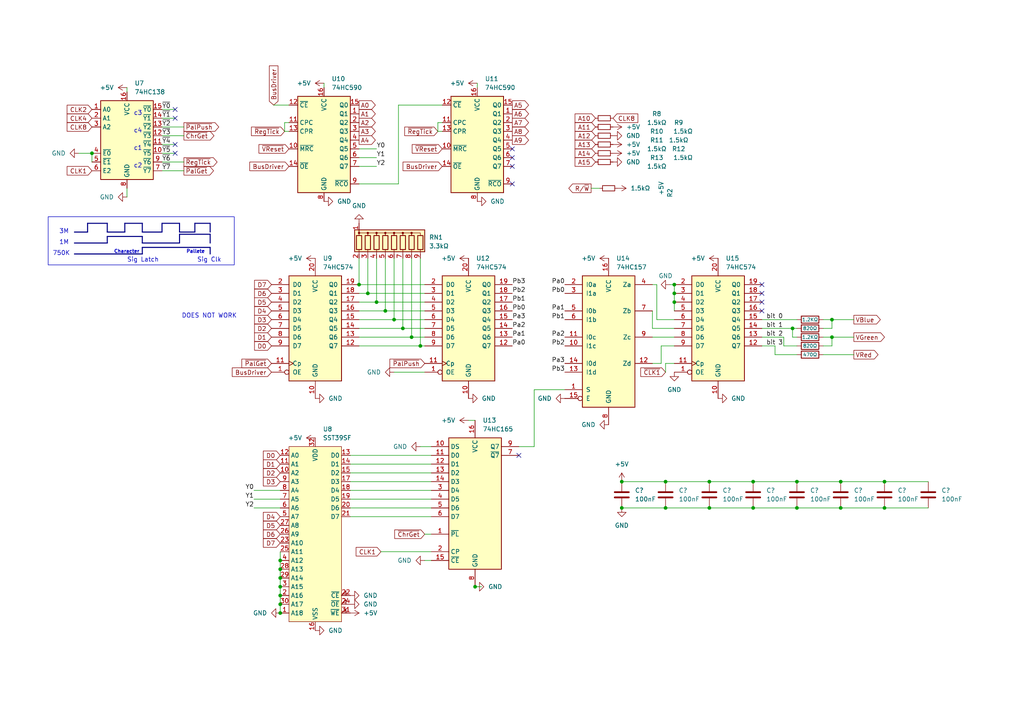
<source format=kicad_sch>
(kicad_sch (version 20231120) (generator "eeschema") (generator_version "8.0")
  (paper "A4")
  (title_block (title "Video"))
  (lib_symbols
    (symbol "74xx:74HC138"
      (property "Reference" "U" (at -7.62 13.97 0))
      (property "Value" "74HC138" (at 2.54 -11.43 0))
      (symbol "74HC138_0_1"
        (rectangle (start -7.62 12.7) (end 7.62 -10.16) (stroke (width 0.254)) (fill (type background)))
      )
      (symbol "74HC138_1_1"
        (pin input line (at -10.16 10.16 0) (length 2.54) (name "A0") (number "1"))
        (pin output line (at 10.16 -2.54 180) (length 2.54) (name "~{Y5}") (number "10"))
        (pin output line (at 10.16 0 180) (length 2.54) (name "~{Y4}") (number "11"))
        (pin output line (at 10.16 2.54 180) (length 2.54) (name "~{Y3}") (number "12"))
        (pin output line (at 10.16 5.08 180) (length 2.54) (name "~{Y2}") (number "13"))
        (pin output line (at 10.16 7.62 180) (length 2.54) (name "~{Y1}") (number "14"))
        (pin output line (at 10.16 10.16 180) (length 2.54) (name "~{Y0}") (number "15"))
        (pin power_in line (at 0 15.24 270) (length 2.54) (name "VCC") (number "16"))
        (pin input line (at -10.16 7.62 0) (length 2.54) (name "A1") (number "2"))
        (pin input line (at -10.16 5.08 0) (length 2.54) (name "A2") (number "3"))
        (pin input line (at -10.16 -2.54 0) (length 2.54) (name "~{E0}") (number "4"))
        (pin input line (at -10.16 -5.08 0) (length 2.54) (name "~{E1}") (number "5"))
        (pin input line (at -10.16 -7.62 0) (length 2.54) (name "E2") (number "6"))
        (pin output line (at 10.16 -7.62 180) (length 2.54) (name "~{Y7}") (number "7"))
        (pin power_in line (at 0 -12.7 90) (length 2.54) (name "GND") (number "8"))
        (pin output line (at 10.16 -5.08 180) (length 2.54) (name "~{Y6}") (number "9"))
      )
    )
    (symbol "74xx:74HC165"
      (property "Reference" "U" (at -7.62 19.05 0))
      (property "Value" "74HC165" (at -7.62 -21.59 0))
      (symbol "74HC165_1_0"
        (pin input line (at -12.7 -10.16 0) (length 5.08) (name "~{PL}") (number "1"))
        (pin input line (at -12.7 15.24 0) (length 5.08) (name "DS") (number "10"))
        (pin input line (at -12.7 12.7 0) (length 5.08) (name "D0") (number "11"))
        (pin input line (at -12.7 10.16 0) (length 5.08) (name "D1") (number "12"))
        (pin input line (at -12.7 7.62 0) (length 5.08) (name "D2") (number "13"))
        (pin input line (at -12.7 5.08 0) (length 5.08) (name "D3") (number "14"))
        (pin input line (at -12.7 -17.78 0) (length 5.08) (name "~{CE}") (number "15"))
        (pin power_in line (at 0 22.86 270) (length 5.08) (name "VCC") (number "16"))
        (pin input line (at -12.7 -15.24 0) (length 5.08) (name "CP") (number "2"))
        (pin input line (at -12.7 2.54 0) (length 5.08) (name "D4") (number "3"))
        (pin input line (at -12.7 0 0) (length 5.08) (name "D5") (number "4"))
        (pin input line (at -12.7 -2.54 0) (length 5.08) (name "D6") (number "5"))
        (pin input line (at -12.7 -5.08 0) (length 5.08) (name "D7") (number "6"))
        (pin output line (at 12.7 12.7 180) (length 5.08) (name "~{Q7}") (number "7"))
        (pin power_in line (at 0 -25.4 90) (length 5.08) (name "GND") (number "8"))
        (pin output line (at 12.7 15.24 180) (length 5.08) (name "Q7") (number "9"))
      )
      (symbol "74HC165_1_1"
        (rectangle (start -7.62 17.78) (end 7.62 -20.32) (stroke (width 0.254)) (fill (type background)))
      )
    )
    (symbol "74xx:74HC590A"
      (property "Reference" "U" (at -7.62 16.51 0))
      (property "Value" "74HC590A" (at -7.62 -13.97 0))
      (symbol "74HC590A_1_0"
        (pin tri_state line (at 10.16 10.16 180) (length 2.54) (name "Q1") (number "1"))
        (pin input line (at -10.16 0 0) (length 2.54) (name "~{MRC}") (number "10"))
        (pin input line (at -10.16 7.62 0) (length 2.54) (name "CPC") (number "11"))
        (pin input line (at -10.16 12.7 0) (length 2.54) (name "~{CE}") (number "12"))
        (pin input line (at -10.16 5.08 0) (length 2.54) (name "CPR") (number "13"))
        (pin input line (at -10.16 -5.08 0) (length 2.54) (name "~{OE}") (number "14"))
        (pin tri_state line (at 10.16 12.7 180) (length 2.54) (name "Q0") (number "15"))
        (pin power_in line (at 0 17.78 270) (length 2.54) (name "VCC") (number "16"))
        (pin tri_state line (at 10.16 7.62 180) (length 2.54) (name "Q2") (number "2"))
        (pin tri_state line (at 10.16 5.08 180) (length 2.54) (name "Q3") (number "3"))
        (pin tri_state line (at 10.16 2.54 180) (length 2.54) (name "Q4") (number "4"))
        (pin tri_state line (at 10.16 0 180) (length 2.54) (name "Q5") (number "5"))
        (pin tri_state line (at 10.16 -2.54 180) (length 2.54) (name "Q6") (number "6"))
        (pin tri_state line (at 10.16 -5.08 180) (length 2.54) (name "Q7") (number "7"))
        (pin power_in line (at 0 -15.24 90) (length 2.54) (name "GND") (number "8"))
        (pin output line (at 10.16 -10.16 180) (length 2.54) (name "~{RCO}") (number "9"))
      )
      (symbol "74HC590A_1_1"
        (rectangle (start -7.62 15.24) (end 7.62 -12.7) (stroke (width 0.254)) (fill (type background)))
      )
    )
    (symbol "74xx:74HCT574" (pin_names (offset 1.016))
      (property "Reference" "U" (at -7.62 16.51 0))
      (property "Value" "74HCT574" (at -7.62 -16.51 0))
      (symbol "74HCT574_1_0"
        (pin input inverted (at -12.7 -12.7 0) (length 5.08) (name "OE") (number "1"))
        (pin power_in line (at 0 -20.32 90) (length 5.08) (name "GND") (number "10"))
        (pin input clock (at -12.7 -10.16 0) (length 5.08) (name "Cp") (number "11"))
        (pin tri_state line (at 12.7 -5.08 180) (length 5.08) (name "Q7") (number "12"))
        (pin tri_state line (at 12.7 -2.54 180) (length 5.08) (name "Q6") (number "13"))
        (pin tri_state line (at 12.7 0 180) (length 5.08) (name "Q5") (number "14"))
        (pin tri_state line (at 12.7 2.54 180) (length 5.08) (name "Q4") (number "15"))
        (pin tri_state line (at 12.7 5.08 180) (length 5.08) (name "Q3") (number "16"))
        (pin tri_state line (at 12.7 7.62 180) (length 5.08) (name "Q2") (number "17"))
        (pin tri_state line (at 12.7 10.16 180) (length 5.08) (name "Q1") (number "18"))
        (pin tri_state line (at 12.7 12.7 180) (length 5.08) (name "Q0") (number "19"))
        (pin input line (at -12.7 12.7 0) (length 5.08) (name "D0") (number "2"))
        (pin power_in line (at 0 20.32 270) (length 5.08) (name "VCC") (number "20"))
        (pin input line (at -12.7 10.16 0) (length 5.08) (name "D1") (number "3"))
        (pin input line (at -12.7 7.62 0) (length 5.08) (name "D2") (number "4"))
        (pin input line (at -12.7 5.08 0) (length 5.08) (name "D3") (number "5"))
        (pin input line (at -12.7 2.54 0) (length 5.08) (name "D4") (number "6"))
        (pin input line (at -12.7 0 0) (length 5.08) (name "D5") (number "7"))
        (pin input line (at -12.7 -2.54 0) (length 5.08) (name "D6") (number "8"))
        (pin input line (at -12.7 -5.08 0) (length 5.08) (name "D7") (number "9"))
      )
      (symbol "74HCT574_1_1"
        (rectangle (start -7.62 15.24) (end 7.62 -15.24) (stroke (width 0.254)) (fill (type background)))
      )
    )
    (symbol "74xx:74LS157" (pin_names (offset 1.016))
      (property "Reference" "U" (at -7.62 19.05 0))
      (property "Value" "74LS157" (at -7.62 -21.59 0))
      (symbol "74LS157_1_0"
        (pin input line (at -12.7 -15.24 0) (length 5.08) (name "S") (number "1"))
        (pin input line (at -12.7 -2.54 0) (length 5.08) (name "I1c") (number "10"))
        (pin input line (at -12.7 0 0) (length 5.08) (name "I0c") (number "11"))
        (pin output line (at 12.7 -7.62 180) (length 5.08) (name "Zd") (number "12"))
        (pin input line (at -12.7 -10.16 0) (length 5.08) (name "I1d") (number "13"))
        (pin input line (at -12.7 -7.62 0) (length 5.08) (name "I0d") (number "14"))
        (pin input inverted (at -12.7 -17.78 0) (length 5.08) (name "E") (number "15"))
        (pin power_in line (at 0 22.86 270) (length 5.08) (name "VCC") (number "16"))
        (pin input line (at -12.7 15.24 0) (length 5.08) (name "I0a") (number "2"))
        (pin input line (at -12.7 12.7 0) (length 5.08) (name "I1a") (number "3"))
        (pin output line (at 12.7 15.24 180) (length 5.08) (name "Za") (number "4"))
        (pin input line (at -12.7 7.62 0) (length 5.08) (name "I0b") (number "5"))
        (pin input line (at -12.7 5.08 0) (length 5.08) (name "I1b") (number "6"))
        (pin output line (at 12.7 7.62 180) (length 5.08) (name "Zb") (number "7"))
        (pin power_in line (at 0 -25.4 90) (length 5.08) (name "GND") (number "8"))
        (pin output line (at 12.7 0 180) (length 5.08) (name "Zc") (number "9"))
      )
      (symbol "74LS157_1_1"
        (rectangle (start -7.62 17.78) (end 7.62 -20.32) (stroke (width 0.254)) (fill (type background)))
      )
    )
    (symbol "Device:C" (pin_numbers hide) (pin_names (offset 0.254))
      (property "Reference" "C" (at 0.635 2.54 0))
      (property "Value" "C" (at 0.635 -2.54 0))
      (symbol "C_0_1"
        (polyline (pts (xy -2.032 -0.762) (xy 2.032 -0.762)) (stroke (width 0.508)))
        (polyline (pts (xy -2.032 0.762) (xy 2.032 0.762)) (stroke (width 0.508)))
      )
      (symbol "C_1_1"
        (pin passive line (at 0 3.81 270) (length 2.794) (name "~") (number "1"))
        (pin passive line (at 0 -3.81 90) (length 2.794) (name "~") (number "2"))
      )
    )
    (symbol "Device:R" (pin_numbers hide) (pin_names (offset 0))
      (property "Reference" "R" (at 2.032 0 90))
      (property "Value" "R" (at 0 0 90))
      (symbol "R_0_1"
        (rectangle (start -1.016 -2.54) (end 1.016 2.54) (stroke (width 0.254)))
      )
      (symbol "R_1_1"
        (pin passive line (at 0 3.81 270) (length 1.27) (name "~") (number "1"))
        (pin passive line (at 0 -3.81 90) (length 1.27) (name "~") (number "2"))
      )
    )
    (symbol "Device:R_Network08" (pin_names (offset 0) hide)
      (property "Reference" "RN" (at -12.7 0 90))
      (property "Value" "R_Network08" (at 10.16 0 90))
      (symbol "R_Network08_0_1"
        (rectangle (start -11.43 -3.175) (end 8.89 3.175) (stroke (width 0.254)) (fill (type background)))
        (rectangle (start -10.922 1.524) (end -9.398 -2.54) (stroke (width 0.254)))
        (circle (center -10.16 2.286) (radius 0.254) (fill (type outline)))
        (rectangle (start -8.382 1.524) (end -6.858 -2.54) (stroke (width 0.254)))
        (circle (center -7.62 2.286) (radius 0.254) (fill (type outline)))
        (rectangle (start -5.842 1.524) (end -4.318 -2.54) (stroke (width 0.254)))
        (circle (center -5.08 2.286) (radius 0.254) (fill (type outline)))
        (rectangle (start -3.302 1.524) (end -1.778 -2.54) (stroke (width 0.254)))
        (circle (center -2.54 2.286) (radius 0.254) (fill (type outline)))
        (rectangle (start -0.762 1.524) (end 0.762 -2.54) (stroke (width 0.254)))
        (polyline (pts (xy -10.16 -2.54) (xy -10.16 -3.81)))
        (polyline (pts (xy -7.62 -2.54) (xy -7.62 -3.81)))
        (polyline (pts (xy -5.08 -2.54) (xy -5.08 -3.81)))
        (polyline (pts (xy -2.54 -2.54) (xy -2.54 -3.81)))
        (polyline (pts (xy 0 -2.54) (xy 0 -3.81)))
        (polyline (pts (xy 2.54 -2.54) (xy 2.54 -3.81)))
        (polyline (pts (xy 5.08 -2.54) (xy 5.08 -3.81)))
        (polyline (pts (xy 7.62 -2.54) (xy 7.62 -3.81)))
        (polyline (pts (xy -10.16 1.524) (xy -10.16 2.286) (xy -7.62 2.286) (xy -7.62 1.524)))
        (polyline (pts (xy -7.62 1.524) (xy -7.62 2.286) (xy -5.08 2.286) (xy -5.08 1.524)))
        (polyline (pts (xy -5.08 1.524) (xy -5.08 2.286) (xy -2.54 2.286) (xy -2.54 1.524)))
        (polyline (pts (xy -2.54 1.524) (xy -2.54 2.286) (xy 0 2.286) (xy 0 1.524)))
        (polyline (pts (xy 0 1.524) (xy 0 2.286) (xy 2.54 2.286) (xy 2.54 1.524)))
        (polyline (pts (xy 2.54 1.524) (xy 2.54 2.286) (xy 5.08 2.286) (xy 5.08 1.524)))
        (polyline (pts (xy 5.08 1.524) (xy 5.08 2.286) (xy 7.62 2.286) (xy 7.62 1.524)))
        (circle (center 0 2.286) (radius 0.254) (fill (type outline)))
        (rectangle (start 1.778 1.524) (end 3.302 -2.54) (stroke (width 0.254)))
        (circle (center 2.54 2.286) (radius 0.254) (fill (type outline)))
        (rectangle (start 4.318 1.524) (end 5.842 -2.54) (stroke (width 0.254)))
        (circle (center 5.08 2.286) (radius 0.254) (fill (type outline)))
        (rectangle (start 6.858 1.524) (end 8.382 -2.54) (stroke (width 0.254)))
      )
      (symbol "R_Network08_1_1"
        (pin passive line (at -10.16 5.08 270) (length 2.54) (name "common") (number "1"))
        (pin passive line (at -10.16 -5.08 90) (length 1.27) (name "R1") (number "2"))
        (pin passive line (at -7.62 -5.08 90) (length 1.27) (name "R2") (number "3"))
        (pin passive line (at -5.08 -5.08 90) (length 1.27) (name "R3") (number "4"))
        (pin passive line (at -2.54 -5.08 90) (length 1.27) (name "R4") (number "5"))
        (pin passive line (at 0 -5.08 90) (length 1.27) (name "R5") (number "6"))
        (pin passive line (at 2.54 -5.08 90) (length 1.27) (name "R6") (number "7"))
        (pin passive line (at 5.08 -5.08 90) (length 1.27) (name "R7") (number "8"))
        (pin passive line (at 7.62 -5.08 90) (length 1.27) (name "R8") (number "9"))
      )
    )
    (symbol "Device:R_Small" (pin_numbers hide) (pin_names (offset 0.254) hide)
      (property "Reference" "R" (at 0.762 0.508 0))
      (property "Value" "R_Small" (at 0.762 -1.016 0))
      (symbol "R_Small_0_1"
        (rectangle (start -0.762 1.778) (end 0.762 -1.778) (stroke (width 0.2032)))
      )
      (symbol "R_Small_1_1"
        (pin passive line (at 0 2.54 270) (length 0.762) (name "~") (number "1"))
        (pin passive line (at 0 -2.54 90) (length 0.762) (name "~") (number "2"))
      )
    )
    (symbol "Memory_Lib:SST39SF040"
      (property "Reference" "U" (at 11.43 54.61 0))
      (property "Value" "SST39SF040" (at 19.05 52.07 0))
      (symbol "SST39SF040_1_1"
        (rectangle (start 0 50.8) (end 15.24 0) (fill (type background)))
        (pin input line (at -2.54 2.54 0) (length 2.54) (name "A18") (number "1"))
        (pin input line (at -2.54 43.18 0) (length 2.54) (name "A2") (number "10"))
        (pin input line (at -2.54 45.72 0) (length 2.54) (name "A1") (number "11"))
        (pin input line (at -2.54 48.26 0) (length 2.54) (name "A0") (number "12"))
        (pin bidirectional line (at 17.78 48.26 180) (length 2.54) (name "D0") (number "13"))
        (pin bidirectional line (at 17.78 45.72 180) (length 2.54) (name "D1") (number "14"))
        (pin bidirectional line (at 17.78 43.18 180) (length 2.54) (name "D2") (number "15"))
        (pin power_in line (at 7.62 -2.54 90) (length 2.54) (name "VSS") (number "16"))
        (pin bidirectional line (at 17.78 40.64 180) (length 2.54) (name "D3") (number "17"))
        (pin bidirectional line (at 17.78 38.1 180) (length 2.54) (name "D4") (number "18"))
        (pin bidirectional line (at 17.78 35.56 180) (length 2.54) (name "D5") (number "19"))
        (pin input line (at -2.54 7.62 0) (length 2.54) (name "A16") (number "2"))
        (pin bidirectional line (at 17.78 33.02 180) (length 2.54) (name "D6") (number "20"))
        (pin bidirectional line (at 17.78 30.48 180) (length 2.54) (name "D7") (number "21"))
        (pin input input_low (at 17.78 7.62 180) (length 2.54) (name "~{CE}") (number "22"))
        (pin input line (at -2.54 22.86 0) (length 2.54) (name "A10") (number "23"))
        (pin input input_low (at 17.78 5.08 180) (length 2.54) (name "~{OE}") (number "24"))
        (pin input line (at -2.54 20.32 0) (length 2.54) (name "A11") (number "25"))
        (pin input line (at -2.54 25.4 0) (length 2.54) (name "A9") (number "26"))
        (pin input line (at -2.54 27.94 0) (length 2.54) (name "A8") (number "27"))
        (pin input line (at -2.54 15.24 0) (length 2.54) (name "A13") (number "28"))
        (pin input line (at -2.54 12.7 0) (length 2.54) (name "A14") (number "29"))
        (pin input line (at -2.54 10.16 0) (length 2.54) (name "A15") (number "3"))
        (pin input line (at -2.54 5.08 0) (length 2.54) (name "A17") (number "30"))
        (pin input input_low (at 17.78 2.54 180) (length 2.54) (name "~{WE}") (number "31"))
        (pin power_in line (at 7.62 53.34 270) (length 2.54) (name "VDD") (number "32"))
        (pin input line (at -2.54 17.78 0) (length 2.54) (name "A12") (number "4"))
        (pin input line (at -2.54 30.48 0) (length 2.54) (name "A7") (number "5"))
        (pin input line (at -2.54 33.02 0) (length 2.54) (name "A6") (number "6"))
        (pin input line (at -2.54 35.56 0) (length 2.54) (name "A5") (number "7"))
        (pin input line (at -2.54 38.1 0) (length 2.54) (name "A4") (number "8"))
        (pin input line (at -2.54 40.64 0) (length 2.54) (name "A3") (number "9"))
      )
    )
    (symbol "power:+5V" (power) (pin_names (offset 0))
      (property "Value" "+5V" (at 0 3.556 0))
      (symbol "+5V_0_1"
        (polyline (pts (xy -0.762 1.27) (xy 0 2.54)))
        (polyline (pts (xy 0 0) (xy 0 2.54)))
        (polyline (pts (xy 0 2.54) (xy 0.762 1.27)))
      )
      (symbol "+5V_1_1"
        (pin power_in line (at 0 0 90) (length 0) hide (name "+5V") (number "1"))
      )
    )
    (symbol "power:GND" (power) (pin_names (offset 0))
      (property "Value" "GND" (at 0 -3.81 0))
      (symbol "GND_0_1"
        (polyline (pts (xy 0 0) (xy 0 -1.27) (xy 1.27 -1.27) (xy 0 -2.54) (xy -1.27 -1.27) (xy 0 -1.27)))
      )
      (symbol "GND_1_1"
        (pin power_in line (at 0 0 270) (length 0) hide (name "GND") (number "1"))
      )
    )
  )
  (junction (at 81.28 177.8))
  (junction (at 195.58 82.55))
  (junction (at 243.84 147.32))
  (junction (at 104.14 82.55))
  (junction (at 81.28 170.18))
  (junction (at 81.28 165.1))
  (junction (at 241.3 92.71))
  (junction (at 256.54 147.32))
  (junction (at 205.74 147.32))
  (junction (at 231.14 139.7))
  (junction (at 205.74 139.7))
  (junction (at 81.28 175.26))
  (junction (at 218.44 139.7))
  (junction (at 81.28 162.56))
  (junction (at 114.3 92.71))
  (junction (at 256.54 139.7))
  (junction (at 81.28 167.64))
  (junction (at 137.795 170.18))
  (junction (at 121.92 100.33))
  (junction (at 111.76 90.17))
  (junction (at 241.3 97.79))
  (junction (at 81.28 172.72))
  (junction (at 180.34 139.7))
  (junction (at 218.44 147.32))
  (junction (at 116.84 95.25))
  (junction (at 180.34 147.32))
  (junction (at 231.14 147.32))
  (junction (at 195.58 87.63))
  (junction (at 193.04 147.32))
  (junction (at 195.58 85.09))
  (junction (at 109.22 87.63))
  (junction (at 119.38 97.79))
  (junction (at 26.67 44.45))
  (junction (at 243.84 139.7))
  (junction (at 106.68 85.09))
  (junction (at 193.04 139.7))
  (junction (at 229.87 95.25))
  (no_connect (at 220.98 90.17))
  (no_connect (at 220.98 85.09))
  (no_connect (at 50.8 41.91))
  (no_connect (at 220.98 87.63))
  (no_connect (at 220.98 82.55))
  (no_connect (at 148.59 53.34))
  (no_connect (at 148.59 43.18))
  (no_connect (at 148.59 45.72))
  (no_connect (at 50.8 31.75))
  (no_connect (at 150.495 132.08))
  (no_connect (at 50.8 34.29))
  (no_connect (at 50.8 44.45))
  (no_connect (at 148.59 48.26))
  (wire (pts (xy 190.5 82.55) (xy 190.5 92.71)))
  (wire (pts (xy 195.58 82.55) (xy 195.58 85.09)))
  (wire (pts (xy 193.04 107.95) (xy 193.04 105.41)))
  (wire (pts (xy 138.43 24.13) (xy 138.43 25.4)))
  (wire (pts (xy 218.44 147.32) (xy 231.14 147.32)))
  (wire (pts (xy 104.14 53.34) (xy 115.57 53.34)))
  (wire (pts (xy 231.14 97.79) (xy 229.87 97.79)))
  (bus (pts (xy 36.195 64.77) (xy 41.275 64.77)))
  (wire (pts (xy 243.84 147.32) (xy 256.54 147.32)))
  (wire (pts (xy 106.68 85.09) (xy 104.14 85.09)))
  (bus (pts (xy 60.96 71.755) (xy 60.96 73.66)))
  (wire (pts (xy 111.76 74.93) (xy 111.76 90.17)))
  (wire (pts (xy 238.76 95.25) (xy 241.3 95.25)))
  (wire (pts (xy 189.23 105.41) (xy 191.77 105.41)))
  (wire (pts (xy 111.76 90.17) (xy 104.14 90.17)))
  (wire (pts (xy 180.34 147.32) (xy 193.04 147.32)))
  (wire (pts (xy 125.095 154.94) (xy 123.19 154.94)))
  (wire (pts (xy 81.28 172.72) (xy 81.28 175.26)))
  (wire (pts (xy 53.34 36.83) (xy 46.99 36.83)))
  (wire (pts (xy 189.23 82.55) (xy 190.5 82.55)))
  (wire (pts (xy 121.92 100.33) (xy 104.14 100.33)))
  (wire (pts (xy 218.44 139.7) (xy 231.14 139.7)))
  (wire (pts (xy 123.19 107.95) (xy 114.3 107.95)))
  (wire (pts (xy 238.76 92.71) (xy 241.3 92.71)))
  (wire (pts (xy 193.04 139.7) (xy 205.74 139.7)))
  (wire (pts (xy 101.6 149.86) (xy 125.095 149.86)))
  (wire (pts (xy 241.3 97.79) (xy 247.65 97.79)))
  (wire (pts (xy 195.58 87.63) (xy 195.58 90.17)))
  (bus (pts (xy 41.275 64.77) (xy 41.275 67.31)))
  (wire (pts (xy 123.19 90.17) (xy 111.76 90.17)))
  (wire (pts (xy 173.99 54.61) (xy 171.45 54.61)))
  (wire (pts (xy 101.6 144.78) (xy 125.095 144.78)))
  (bus (pts (xy 41.275 67.31) (xy 46.99 67.31)))
  (bus (pts (xy 31.115 70.485) (xy 31.115 68.58)))
  (wire (pts (xy 81.28 162.56) (xy 81.28 165.1)))
  (bus (pts (xy 46.99 67.31) (xy 46.99 64.77)))
  (bus (pts (xy 56.515 67.31) (xy 56.515 64.77)))
  (wire (pts (xy 227.33 100.33) (xy 231.14 100.33)))
  (bus (pts (xy 25.4 64.77) (xy 31.115 64.77)))
  (bus (pts (xy 46.99 64.77) (xy 52.07 64.77)))
  (wire (pts (xy 81.28 167.64) (xy 81.28 170.18)))
  (wire (pts (xy 154.94 129.54) (xy 154.94 113.03)))
  (wire (pts (xy 81.28 165.1) (xy 81.28 167.64)))
  (wire (pts (xy 101.6 132.08) (xy 125.095 132.08)))
  (wire (pts (xy 191.77 100.33) (xy 195.58 100.33)))
  (wire (pts (xy 22.86 44.45) (xy 26.67 44.45)))
  (wire (pts (xy 139.7 170.18) (xy 137.795 170.18)))
  (bus (pts (xy 41.275 71.755) (xy 60.96 71.755)))
  (wire (pts (xy 123.19 82.55) (xy 104.14 82.55)))
  (wire (pts (xy 125.095 162.56) (xy 123.19 162.56)))
  (wire (pts (xy 116.84 74.93) (xy 116.84 95.25)))
  (wire (pts (xy 220.98 92.71) (xy 231.14 92.71)))
  (wire (pts (xy 189.23 95.25) (xy 195.58 95.25)))
  (wire (pts (xy 79.375 30.48) (xy 83.82 30.48)))
  (wire (pts (xy 127 38.1) (xy 128.27 38.1)))
  (wire (pts (xy 154.94 113.03) (xy 163.83 113.03)))
  (bus (pts (xy 31.115 64.77) (xy 31.115 67.31)))
  (bus (pts (xy 52.07 67.31) (xy 56.515 67.31)))
  (wire (pts (xy 101.6 139.7) (xy 125.095 139.7)))
  (wire (pts (xy 73.66 147.32) (xy 81.28 147.32)))
  (wire (pts (xy 227.33 97.79) (xy 227.33 100.33)))
  (wire (pts (xy 109.22 43.18) (xy 104.14 43.18)))
  (wire (pts (xy 123.19 100.33) (xy 121.92 100.33)))
  (wire (pts (xy 81.28 175.26) (xy 81.28 177.8)))
  (wire (pts (xy 114.3 92.71) (xy 104.14 92.71)))
  (wire (pts (xy 180.34 139.7) (xy 193.04 139.7)))
  (wire (pts (xy 231.14 147.32) (xy 243.84 147.32)))
  (wire (pts (xy 189.23 95.25) (xy 189.23 90.17)))
  (wire (pts (xy 125.095 129.54) (xy 121.92 129.54)))
  (bus (pts (xy 21.59 73.66) (xy 41.275 73.66)))
  (wire (pts (xy 104.14 74.93) (xy 104.14 82.55)))
  (wire (pts (xy 220.98 97.79) (xy 227.33 97.79)))
  (wire (pts (xy 123.19 97.79) (xy 119.38 97.79)))
  (wire (pts (xy 106.68 74.93) (xy 106.68 85.09)))
  (wire (pts (xy 137.795 121.92) (xy 135.89 121.92)))
  (wire (pts (xy 241.3 92.71) (xy 241.3 95.25)))
  (wire (pts (xy 191.77 105.41) (xy 191.77 100.33)))
  (wire (pts (xy 73.66 142.24) (xy 81.28 142.24)))
  (wire (pts (xy 229.87 95.25) (xy 231.14 95.25)))
  (bus (pts (xy 41.275 73.66) (xy 41.275 71.755)))
  (wire (pts (xy 241.3 92.71) (xy 247.65 92.71)))
  (wire (pts (xy 127 35.56) (xy 128.27 35.56)))
  (wire (pts (xy 123.19 92.71) (xy 114.3 92.71)))
  (wire (pts (xy 116.84 95.25) (xy 104.14 95.25)))
  (wire (pts (xy 36.83 25.4) (xy 36.83 26.67)))
  (wire (pts (xy 194.31 82.55) (xy 195.58 82.55)))
  (bus (pts (xy 25.4 67.31) (xy 25.4 64.77)))
  (wire (pts (xy 50.8 44.45) (xy 46.99 44.45)))
  (wire (pts (xy 224.79 100.33) (xy 224.79 102.87)))
  (wire (pts (xy 224.79 102.87) (xy 231.14 102.87)))
  (wire (pts (xy 256.54 139.7) (xy 269.24 139.7)))
  (wire (pts (xy 150.495 129.54) (xy 154.94 129.54)))
  (bus (pts (xy 21.59 70.485) (xy 31.115 70.485)))
  (wire (pts (xy 127 35.56) (xy 127 38.1)))
  (wire (pts (xy 123.19 85.09) (xy 106.68 85.09)))
  (bus (pts (xy 31.115 67.31) (xy 36.195 67.31)))
  (wire (pts (xy 121.92 74.93) (xy 121.92 100.33)))
  (wire (pts (xy 190.5 92.71) (xy 195.58 92.71)))
  (wire (pts (xy 36.83 57.15) (xy 36.83 54.61)))
  (wire (pts (xy 238.76 97.79) (xy 241.3 97.79)))
  (wire (pts (xy 53.34 39.37) (xy 46.99 39.37)))
  (wire (pts (xy 229.87 95.25) (xy 229.87 97.79)))
  (wire (pts (xy 125.095 160.02) (xy 110.49 160.02)))
  (wire (pts (xy 82.55 35.56) (xy 82.55 38.1)))
  (wire (pts (xy 82.55 38.1) (xy 83.82 38.1)))
  (wire (pts (xy 46.99 46.99) (xy 53.34 46.99)))
  (wire (pts (xy 50.8 34.29) (xy 46.99 34.29)))
  (bus (pts (xy 41.275 68.58) (xy 41.275 70.485)))
  (wire (pts (xy 119.38 97.79) (xy 104.14 97.79)))
  (wire (pts (xy 115.57 30.48) (xy 128.27 30.48)))
  (wire (pts (xy 53.34 49.53) (xy 46.99 49.53)))
  (bus (pts (xy 60.96 64.77) (xy 60.96 67.31)))
  (wire (pts (xy 101.6 142.24) (xy 125.095 142.24)))
  (bus (pts (xy 52.07 64.77) (xy 52.07 67.31)))
  (wire (pts (xy 114.3 74.93) (xy 114.3 92.71)))
  (bus (pts (xy 52.07 70.485) (xy 52.07 67.945)))
  (bus (pts (xy 21.59 67.31) (xy 25.4 67.31)))
  (wire (pts (xy 109.22 74.93) (xy 109.22 87.63)))
  (wire (pts (xy 26.67 44.45) (xy 26.67 46.99)))
  (wire (pts (xy 81.28 160.02) (xy 81.28 162.56)))
  (bus (pts (xy 56.515 64.77) (xy 60.96 64.77)))
  (wire (pts (xy 195.58 85.09) (xy 195.58 87.63)))
  (bus (pts (xy 60.96 67.945) (xy 60.96 70.485)))
  (wire (pts (xy 101.6 134.62) (xy 125.095 134.62)))
  (wire (pts (xy 238.76 102.87) (xy 247.65 102.87)))
  (wire (pts (xy 238.76 100.33) (xy 241.3 100.33)))
  (wire (pts (xy 101.6 147.32) (xy 125.095 147.32)))
  (wire (pts (xy 50.8 41.91) (xy 46.99 41.91)))
  (wire (pts (xy 119.38 74.93) (xy 119.38 97.79)))
  (wire (pts (xy 82.55 35.56) (xy 83.82 35.56)))
  (wire (pts (xy 101.6 137.16) (xy 125.095 137.16)))
  (wire (pts (xy 220.98 95.25) (xy 229.87 95.25)))
  (wire (pts (xy 81.28 170.18) (xy 81.28 172.72)))
  (bus (pts (xy 41.275 70.485) (xy 52.07 70.485)))
  (wire (pts (xy 205.74 139.7) (xy 218.44 139.7)))
  (wire (pts (xy 109.22 45.72) (xy 104.14 45.72)))
  (wire (pts (xy 231.14 139.7) (xy 243.84 139.7)))
  (wire (pts (xy 50.8 31.75) (xy 46.99 31.75)))
  (bus (pts (xy 31.115 68.58) (xy 41.275 68.58)))
  (wire (pts (xy 205.74 147.32) (xy 218.44 147.32)))
  (wire (pts (xy 193.04 147.32) (xy 205.74 147.32)))
  (wire (pts (xy 189.23 97.79) (xy 195.58 97.79)))
  (wire (pts (xy 109.22 87.63) (xy 104.14 87.63)))
  (wire (pts (xy 123.19 95.25) (xy 116.84 95.25)))
  (wire (pts (xy 256.54 147.32) (xy 269.24 147.32)))
  (wire (pts (xy 73.66 144.78) (xy 81.28 144.78)))
  (wire (pts (xy 115.57 53.34) (xy 115.57 30.48)))
  (wire (pts (xy 193.04 105.41) (xy 195.58 105.41)))
  (wire (pts (xy 93.98 24.13) (xy 93.98 25.4)))
  (wire (pts (xy 241.3 100.33) (xy 241.3 97.79)))
  (bus (pts (xy 36.195 67.31) (xy 36.195 64.77)))
  (wire (pts (xy 220.98 100.33) (xy 224.79 100.33)))
  (wire (pts (xy 243.84 139.7) (xy 256.54 139.7)))
  (wire (pts (xy 109.22 48.26) (xy 104.14 48.26)))
  (bus (pts (xy 52.07 67.945) (xy 60.96 67.945)))
  (wire (pts (xy 123.19 87.63) (xy 109.22 87.63)))
  (rectangle (start 13.97 62.865) (end 67.945 76.835))
  (text "c1" (at 41.275 43.815 0) (effects (font (size 1.27 1.27)) (justify right bottom)))
  (text "3M" (at 17.145 67.945 0) (effects (font (size 1.27 1.27)) (justify left bottom)))
  (text "c3" (at 41.275 33.655 0) (effects (font (size 1.27 1.27)) (justify right bottom)))
  (text "Pallete" (at 53.975 73.66 0) (effects (font (size 1 1) (thickness 0.2) (bold yes)) (justify left bottom)))
  (text "750K" (at 15.24 74.295 0) (effects (font (size 1.27 1.27)) (justify left bottom)))
  (text "Sig Clk" (at 57.15 76.2 0) (effects (font (size 1.27 1.27)) (justify left bottom)))
  (text "1M" (at 17.145 71.12 0) (effects (font (size 1.27 1.27)) (justify left bottom)))
  (text "Character" (at 33.02 73.66 0) (effects (font (size 1 1) (thickness 0.2) (bold yes)) (justify left bottom)))
  (text "DOES NOT WORK\n" (at 60.706 91.694 0) (effects (font (size 1.27 1.27))))
  (text "Sig Latch" (at 36.83 76.2 0) (effects (font (size 1.27 1.27)) (justify left bottom)))
  (text "c2" (at 41.275 48.895 0) (effects (font (size 1.27 1.27)) (justify right bottom)))
  (text "c4" (at 41.275 38.735 0) (effects (font (size 1.27 1.27)) (justify right bottom)))
  (label "Pa1" (at 148.59 97.79 0))
  (label "Y0" (at 73.66 142.24 180))
  (label "Pa2" (at 148.59 95.25 0))
  (label "~{Y1}" (at 46.99 34.29 0))
  (label "bit 0" (at 222.25 92.71 0))
  (label "Pb0" (at 148.59 90.17 0))
  (label "~{Y3}" (at 46.99 39.37 0))
  (label "Pb2" (at 148.59 85.09 0))
  (label "Pa3" (at 163.83 105.41 180))
  (label "Pb3" (at 163.83 107.95 180))
  (label "bit 2" (at 222.25 97.79 0))
  (label "Y1" (at 109.22 45.72 0))
  (label "bit 1" (at 222.25 95.25 0))
  (label "~{Y5}" (at 46.99 44.45 0))
  (label "~{Y6}" (at 46.99 46.99 0))
  (label "~{Y2}" (at 46.99 36.83 0))
  (label "Pa2" (at 163.83 97.79 180))
  (label "~{Y7}" (at 46.99 49.53 0))
  (label "Y0" (at 109.22 43.18 0))
  (label "~{Y0}" (at 46.99 31.75 0))
  (label "Pa0" (at 148.59 100.33 0))
  (label "Pb0" (at 163.83 85.09 180))
  (label "Pb1" (at 148.59 87.63 0))
  (label "Y1" (at 73.66 144.78 180))
  (label "Y2" (at 73.66 147.32 180))
  (label "Pb1" (at 163.83 92.71 180))
  (label "Pa0" (at 163.83 82.55 180))
  (label "Pa3" (at 148.59 92.71 0))
  (label "Pb3" (at 148.59 82.55 0))
  (label "Pb2" (at 163.83 100.33 180))
  (label "~{Y4}" (at 46.99 41.91 0))
  (label "Pa1" (at 163.83 90.17 180))
  (label "Y2" (at 109.22 48.26 0))
  (label "bit 3" (at 222.25 100.33 0))
  (global_label "CLK2" (shape input) (at 26.67 31.75 180) (property "Intersheetrefs" "${INTERSHEET_REFS}" (effects (hide yes))))
  (global_label "A10" (shape input) (at 172.72 34.29 180) (property "Intersheetrefs" "${INTERSHEET_REFS}" (effects (hide yes))))
  (global_label "BusDriver" (shape input) (at 79.375 30.48 90) (property "Intersheetrefs" "${INTERSHEET_REFS}" (effects (hide yes))))
  (global_label "~{PalGet}" (shape output) (at 53.34 49.53 0) (property "Intersheetrefs" "${INTERSHEET_REFS}" (effects (hide yes))))
  (global_label "D4" (shape input) (at 78.74 90.17 180) (property "Intersheetrefs" "${INTERSHEET_REFS}" (effects (hide yes))))
  (global_label "CLK8" (shape input) (at 26.67 36.83 180) (property "Intersheetrefs" "${INTERSHEET_REFS}" (effects (hide yes))))
  (global_label "A4" (shape output) (at 104.14 40.64 0) (property "Intersheetrefs" "${INTERSHEET_REFS}" (effects (hide yes))))
  (global_label "A14" (shape input) (at 172.72 44.45 180) (property "Intersheetrefs" "${INTERSHEET_REFS}" (effects (hide yes))))
  (global_label "A0" (shape output) (at 104.14 30.48 0) (property "Intersheetrefs" "${INTERSHEET_REFS}" (effects (hide yes))))
  (global_label "VGreen" (shape output) (at 247.65 97.79 0) (property "Intersheetrefs" "${INTERSHEET_REFS}" (effects (hide yes))))
  (global_label "~{RegTick}" (shape input) (at 82.55 38.1 180) (property "Intersheetrefs" "${INTERSHEET_REFS}" (effects (hide yes))))
  (global_label "~{PalPush}" (shape input) (at 123.19 105.41 180) (property "Intersheetrefs" "${INTERSHEET_REFS}" (effects (hide yes))))
  (global_label "~{PalPush}" (shape output) (at 53.34 36.83 0) (property "Intersheetrefs" "${INTERSHEET_REFS}" (effects (hide yes))))
  (global_label "CLK1" (shape input) (at 110.49 160.02 180) (property "Intersheetrefs" "${INTERSHEET_REFS}" (effects (hide yes))))
  (global_label "VRed" (shape output) (at 247.65 102.87 0) (property "Intersheetrefs" "${INTERSHEET_REFS}" (effects (hide yes))))
  (global_label "BusDriver" (shape input) (at 128.27 48.26 180) (property "Intersheetrefs" "${INTERSHEET_REFS}" (effects (hide yes))))
  (global_label "D3" (shape input) (at 78.74 92.71 180) (property "Intersheetrefs" "${INTERSHEET_REFS}" (effects (hide yes))))
  (global_label "D2" (shape input) (at 81.28 137.16 180) (property "Intersheetrefs" "${INTERSHEET_REFS}" (effects (hide yes))))
  (global_label "A11" (shape input) (at 172.72 36.83 180) (property "Intersheetrefs" "${INTERSHEET_REFS}" (effects (hide yes))))
  (global_label "CLK1" (shape input) (at 26.67 49.53 180) (property "Intersheetrefs" "${INTERSHEET_REFS}" (effects (hide yes))))
  (global_label "R{slash}~{W}" (shape output) (at 171.45 54.61 180) (property "Intersheetrefs" "${INTERSHEET_REFS}" (effects (hide yes))))
  (global_label "~{VReset}" (shape input) (at 83.82 43.18 180) (property "Intersheetrefs" "${INTERSHEET_REFS}" (effects (hide yes))))
  (global_label "~{RegTick}" (shape input) (at 127 38.1 180) (property "Intersheetrefs" "${INTERSHEET_REFS}" (effects (hide yes))))
  (global_label "D4" (shape input) (at 81.28 149.86 180) (property "Intersheetrefs" "${INTERSHEET_REFS}" (effects (hide yes))))
  (global_label "~{ChrGet}" (shape input) (at 123.19 154.94 180) (property "Intersheetrefs" "${INTERSHEET_REFS}" (effects (hide yes))))
  (global_label "A9" (shape output) (at 148.59 40.64 0) (property "Intersheetrefs" "${INTERSHEET_REFS}" (effects (hide yes))))
  (global_label "~{ChrGet}" (shape output) (at 53.34 39.37 0) (property "Intersheetrefs" "${INTERSHEET_REFS}" (effects (hide yes))))
  (global_label "BusDriver" (shape input) (at 78.74 107.95 180) (property "Intersheetrefs" "${INTERSHEET_REFS}" (effects (hide yes))))
  (global_label "D0" (shape input) (at 78.74 100.33 180) (property "Intersheetrefs" "${INTERSHEET_REFS}" (effects (hide yes))))
  (global_label "D5" (shape input) (at 81.28 152.4 180) (property "Intersheetrefs" "${INTERSHEET_REFS}" (effects (hide yes))))
  (global_label "CLK8" (shape input) (at 177.8 34.29 0) (property "Intersheetrefs" "${INTERSHEET_REFS}" (effects (hide yes))))
  (global_label "~{RegTick}" (shape output) (at 53.34 46.99 0) (property "Intersheetrefs" "${INTERSHEET_REFS}" (effects (hide yes))))
  (global_label "A1" (shape output) (at 104.14 33.02 0) (property "Intersheetrefs" "${INTERSHEET_REFS}" (effects (hide yes))))
  (global_label "D5" (shape input) (at 78.74 87.63 180) (property "Intersheetrefs" "${INTERSHEET_REFS}" (effects (hide yes))))
  (global_label "D1" (shape input) (at 81.28 134.62 180) (property "Intersheetrefs" "${INTERSHEET_REFS}" (effects (hide yes))))
  (global_label "A2" (shape output) (at 104.14 35.56 0) (property "Intersheetrefs" "${INTERSHEET_REFS}" (effects (hide yes))))
  (global_label "D3" (shape input) (at 81.28 139.7 180) (property "Intersheetrefs" "${INTERSHEET_REFS}" (effects (hide yes))))
  (global_label "A5" (shape output) (at 148.59 30.48 0) (property "Intersheetrefs" "${INTERSHEET_REFS}" (effects (hide yes))))
  (global_label "D2" (shape input) (at 78.74 95.25 180) (property "Intersheetrefs" "${INTERSHEET_REFS}" (effects (hide yes))))
  (global_label "D6" (shape input) (at 78.74 85.09 180) (property "Intersheetrefs" "${INTERSHEET_REFS}" (effects (hide yes))))
  (global_label "~{VReset}" (shape input) (at 128.27 43.18 180) (property "Intersheetrefs" "${INTERSHEET_REFS}" (effects (hide yes))))
  (global_label "VBlue" (shape output) (at 247.65 92.71 0) (property "Intersheetrefs" "${INTERSHEET_REFS}" (effects (hide yes))))
  (global_label "A6" (shape output) (at 148.59 33.02 0) (property "Intersheetrefs" "${INTERSHEET_REFS}" (effects (hide yes))))
  (global_label "D7" (shape input) (at 78.74 82.55 180) (property "Intersheetrefs" "${INTERSHEET_REFS}" (effects (hide yes))))
  (global_label "BusDriver" (shape input) (at 83.82 48.26 180) (property "Intersheetrefs" "${INTERSHEET_REFS}" (effects (hide yes))))
  (global_label "A12" (shape input) (at 172.72 39.37 180) (property "Intersheetrefs" "${INTERSHEET_REFS}" (effects (hide yes))))
  (global_label "A8" (shape output) (at 148.59 38.1 0) (property "Intersheetrefs" "${INTERSHEET_REFS}" (effects (hide yes))))
  (global_label "~{PalGet}" (shape input) (at 78.74 105.41 180) (property "Intersheetrefs" "${INTERSHEET_REFS}" (effects (hide yes))))
  (global_label "D7" (shape input) (at 81.28 157.48 180) (property "Intersheetrefs" "${INTERSHEET_REFS}" (effects (hide yes))))
  (global_label "A13" (shape input) (at 172.72 41.91 180) (property "Intersheetrefs" "${INTERSHEET_REFS}" (effects (hide yes))))
  (global_label "~{CLK1}" (shape input) (at 193.04 107.95 180) (property "Intersheetrefs" "${INTERSHEET_REFS}" (effects (hide yes))))
  (global_label "CLK4" (shape input) (at 26.67 34.29 180) (property "Intersheetrefs" "${INTERSHEET_REFS}" (effects (hide yes))))
  (global_label "A15" (shape input) (at 172.72 46.99 180) (property "Intersheetrefs" "${INTERSHEET_REFS}" (effects (hide yes))))
  (global_label "A7" (shape output) (at 148.59 35.56 0) (property "Intersheetrefs" "${INTERSHEET_REFS}" (effects (hide yes))))
  (global_label "D0" (shape input) (at 81.28 132.08 180) (property "Intersheetrefs" "${INTERSHEET_REFS}" (effects (hide yes))))
  (global_label "D1" (shape input) (at 78.74 97.79 180) (property "Intersheetrefs" "${INTERSHEET_REFS}" (effects (hide yes))))
  (global_label "A3" (shape output) (at 104.14 38.1 0) (property "Intersheetrefs" "${INTERSHEET_REFS}" (effects (hide yes))))
  (global_label "D6" (shape input) (at 81.28 154.94 180) (property "Intersheetrefs" "${INTERSHEET_REFS}" (effects (hide yes))))
  (symbol (lib_id "power:GND") (at 208.28 115.57 90) (unit 1)
    (property "Reference" "#PWR015" (effects (hide yes)))
    (property "Value" "GND" (at 212.09 115.57 90) (effects (justify right)))
  )
  (symbol (lib_id "74xx:74HC165") (at 137.795 144.78 0) (unit 1)
    (property "Reference" "U13" (at 139.9891 121.92 0) (effects (justify left)))
    (property "Value" "74HC165" (at 139.9891 124.46 0) (effects (justify left)))
    (property "Footprint" "Smal:DIP-16_W7.62mm_Socket_LongPads_TWEAK" (effects (hide yes)))
    (property "Datasheet" "https://assets.nexperia.com/documents/data-sheet/74HC_HCT165.pdf" (effects (hide yes)))
  )
  (symbol (lib_id "power:GND") (at 22.86 44.45 270) (unit 1)
    (property "Reference" "#PWR015" (effects (hide yes)))
    (property "Value" "GND" (at 19.05 44.45 90) (effects (justify right)))
  )
  (symbol (lib_id "74xx:74HCT574") (at 135.89 95.25 0) (unit 1)
    (property "Reference" "U12" (at 138.0841 74.93 0) (effects (justify left)))
    (property "Value" "74HC574" (at 138.0841 77.47 0) (effects (justify left)))
    (property "Footprint" "Smal:DIP-20_W7.62mm_Socket_LongPads_TWEAK" (effects (hide yes)))
    (property "Datasheet" "http://www.ti.com/lit/gpn/sn74HCT574" (effects (hide yes)))
  )
  (symbol (lib_id "power:GND") (at 135.89 115.57 90) (unit 1)
    (property "Reference" "#PWR015" (effects (hide yes)))
    (property "Value" "GND" (at 139.7 115.57 90) (effects (justify right)))
  )
  (symbol (lib_id "Device:R_Small") (at 175.26 36.83 90) (unit 1)
    (property "Reference" "R9" (at 196.85 35.56 90))
    (property "Value" "1.5kΩ" (at 198.12 38.1 90))
    (property "Footprint" "SMAL:R_Horizontal" (effects (hide yes)))
  )
  (symbol (lib_id "74xx:74HCT574") (at 208.28 95.25 0) (unit 1)
    (property "Reference" "U15" (at 210.4741 74.93 0) (effects (justify left)))
    (property "Value" "74HC574" (at 210.4741 77.47 0) (effects (justify left)))
    (property "Footprint" "Smal:DIP-20_W7.62mm_Socket_LongPads_TWEAK" (effects (hide yes)))
    (property "Datasheet" "http://www.ti.com/lit/gpn/sn74HCT574" (effects (hide yes)))
  )
  (symbol (lib_id "power:GND") (at 36.83 57.15 270) (unit 1)
    (property "Reference" "#PWR015" (effects (hide yes)))
    (property "Value" "GND" (at 33.02 57.15 90) (effects (justify right)))
  )
  (symbol (lib_id "power:+5V") (at 101.6 177.8 270) (unit 1)
    (property "Reference" "#PWR017" (effects (hide yes)))
    (property "Value" "+5V" (at 105.41 177.8 90) (effects (justify left)))
  )
  (symbol (lib_id "power:GND") (at 195.58 107.95 0) (unit 1)
    (property "Reference" "#PWR015" (effects (hide yes)))
    (property "Value" "GND" (at 195.58 113.03 0))
  )
  (symbol (lib_id "Device:C") (at 193.04 143.51 0) (unit 1)
    (property "Reference" "C?" (at 196.85 142.24 0) (effects (justify left)))
    (property "Value" "100nF" (at 196.85 144.78 0) (effects (justify left)))
    (property "Footprint" "Capacitor_THT:C_Disc_D3.0mm_W1.6mm_P2.50mm" (effects (hide yes)))
  )
  (symbol (lib_id "power:+5V") (at 135.89 74.93 90) (unit 1)
    (property "Reference" "#PWR017" (effects (hide yes)))
    (property "Value" "+5V" (at 132.08 74.93 90) (effects (justify left)))
  )
  (symbol (lib_id "74xx:74HCT574") (at 91.44 95.25 0) (unit 1)
    (property "Reference" "U9" (at 93.6341 74.93 0) (effects (justify left)))
    (property "Value" "74HC574" (at 93.6341 77.47 0) (effects (justify left)))
    (property "Footprint" "Smal:DIP-20_W7.62mm_Socket_LongPads_TWEAK" (effects (hide yes)))
    (property "Datasheet" "http://www.ti.com/lit/gpn/sn74HCT574" (effects (hide yes)))
  )
  (symbol (lib_id "Device:C") (at 180.34 143.51 0) (unit 1)
    (property "Reference" "C?" (at 184.15 142.24 0) (effects (justify left)))
    (property "Value" "100nF" (at 184.15 144.78 0) (effects (justify left)))
    (property "Footprint" "Capacitor_THT:C_Disc_D3.0mm_W1.6mm_P2.50mm" (effects (hide yes)))
  )
  (symbol (lib_id "Device:C") (at 256.54 143.51 0) (unit 1)
    (property "Reference" "C?" (at 260.35 142.24 0) (effects (justify left)))
    (property "Value" "100nF" (at 260.35 144.78 0) (effects (justify left)))
    (property "Footprint" "Capacitor_THT:C_Disc_D3.0mm_W1.6mm_P2.50mm" (effects (hide yes)))
  )
  (symbol (lib_id "power:+5V") (at 135.89 121.92 90) (unit 1)
    (property "Reference" "#PWR017" (effects (hide yes)))
    (property "Value" "+5V" (at 132.08 121.92 90) (effects (justify left)))
  )
  (symbol (lib_id "power:GND") (at 163.83 115.57 270) (unit 1)
    (property "Reference" "#PWR015" (effects (hide yes)))
    (property "Value" "GND" (at 160.02 115.57 90) (effects (justify right)))
  )
  (symbol (lib_id "Device:C") (at 231.14 143.51 0) (unit 1)
    (property "Reference" "C?" (at 234.95 142.24 0) (effects (justify left)))
    (property "Value" "100nF" (at 234.95 144.78 0) (effects (justify left)))
    (property "Footprint" "Capacitor_THT:C_Disc_D3.0mm_W1.6mm_P2.50mm" (effects (hide yes)))
  )
  (symbol (lib_id "Device:C") (at 218.44 143.51 0) (unit 1)
    (property "Reference" "C?" (at 222.25 142.24 0) (effects (justify left)))
    (property "Value" "100nF" (at 222.25 144.78 0) (effects (justify left)))
    (property "Footprint" "Capacitor_THT:C_Disc_D3.0mm_W1.6mm_P2.50mm" (effects (hide yes)))
  )
  (symbol (lib_id "Device:R") (at 234.95 92.71 90) (unit 1)
    (property "Reference" "R14" (effects (hide yes)))
    (property "Value" "1.2KΩ" (at 234.95 92.71 90) (effects (font (size 1 1))))
    (property "Footprint" "SMAL:R_Horizontal" (effects (hide yes)))
  )
  (symbol (lib_id "Device:C") (at 243.84 143.51 0) (unit 1)
    (property "Reference" "C?" (at 247.65 142.24 0) (effects (justify left)))
    (property "Value" "100nF" (at 247.65 144.78 0) (effects (justify left)))
    (property "Footprint" "Capacitor_THT:C_Disc_D3.0mm_W1.6mm_P2.50mm" (effects (hide yes)))
  )
  (symbol (lib_id "Device:R") (at 234.95 97.79 90) (unit 1)
    (property "Reference" "R16" (effects (hide yes)))
    (property "Value" "1.2KΩ" (at 234.95 97.79 90) (effects (font (size 1 1))))
    (property "Footprint" "SMAL:R_Horizontal" (effects (hide yes)))
  )
  (symbol (lib_id "power:+5V") (at 177.8 41.91 270) (unit 1)
    (property "Reference" "#PWR017" (effects (hide yes)))
    (property "Value" "+5V" (at 181.61 41.91 90) (effects (justify left)))
  )
  (symbol (lib_id "power:GND") (at 177.8 46.99 90) (unit 1)
    (property "Reference" "#PWR015" (effects (hide yes)))
    (property "Value" "GND" (at 181.61 46.99 90) (effects (justify right)))
  )
  (symbol (lib_id "power:+5V") (at 208.28 74.93 90) (unit 1)
    (property "Reference" "#PWR017" (effects (hide yes)))
    (property "Value" "+5V" (at 204.47 74.93 90) (effects (justify left)))
  )
  (symbol (lib_id "power:+5V") (at 138.43 24.13 90) (unit 1)
    (property "Reference" "#PWR017" (effects (hide yes)))
    (property "Value" "+5V" (at 134.62 24.13 90) (effects (justify left)))
  )
  (symbol (lib_id "Device:R_Small") (at 175.26 39.37 90) (unit 1)
    (property "Reference" "R10" (at 190.5 38.1 90))
    (property "Value" "1.5kΩ" (at 196.85 40.64 90))
    (property "Footprint" "SMAL:R_Horizontal" (effects (hide yes)))
  )
  (symbol (lib_id "Device:R_Small") (at 175.26 41.91 90) (unit 1)
    (property "Reference" "R11" (at 190.5 40.64 90))
    (property "Value" "1.5kΩ" (at 190.5 43.18 90))
    (property "Footprint" "SMAL:R_Horizontal" (effects (hide yes)))
  )
  (symbol (lib_id "power:GND") (at 176.53 123.19 270) (unit 1)
    (property "Reference" "#PWR015" (effects (hide yes)))
    (property "Value" "GND" (at 172.72 123.19 90) (effects (justify right)))
  )
  (symbol (lib_id "power:GND") (at 137.795 170.18 90) (unit 1)
    (property "Reference" "#PWR015" (effects (hide yes)))
    (property "Value" "GND" (at 141.605 170.18 90) (effects (justify right)))
  )
  (symbol (lib_id "power:GND") (at 180.34 147.32 0) (unit 1)
    (property "Reference" "#PWR0135" (effects (hide yes)))
    (property "Value" "GND" (at 180.34 152.4 0))
  )
  (symbol (lib_id "power:+5V") (at 179.07 54.61 270) (unit 1)
    (property "Reference" "#PWR07" (effects (hide yes)))
    (property "Value" "+5V" (at 191.77 54.61 0))
  )
  (symbol (lib_id "power:GND") (at 121.92 129.54 270) (unit 1)
    (property "Reference" "#PWR015" (effects (hide yes)))
    (property "Value" "GND" (at 118.11 129.54 90) (effects (justify right)))
  )
  (symbol (lib_id "74xx:74HC590A") (at 93.98 43.18 0) (unit 1)
    (property "Reference" "U10" (at 96.1741 22.86 0) (effects (justify left)))
    (property "Value" "74HC590" (at 96.1741 25.4 0) (effects (justify left)))
    (property "Footprint" "Smal:DIP-16_W7.62mm_Socket_LongPads_TWEAK" (effects (hide yes)))
    (property "Datasheet" "http://www.ti.com/lit/ds/symlink/sn74hc590a.pdf" (effects (hide yes)))
  )
  (symbol (lib_id "power:GND") (at 91.44 115.57 90) (unit 1)
    (property "Reference" "#PWR015" (effects (hide yes)))
    (property "Value" "GND" (at 95.25 115.57 90) (effects (justify right)))
  )
  (symbol (lib_id "power:+5V") (at 180.34 139.7 0) (unit 1)
    (property "Reference" "#PWR0136" (effects (hide yes)))
    (property "Value" "+5V" (at 180.34 134.62 0))
  )
  (symbol (lib_id "power:GND") (at 177.8 39.37 90) (unit 1)
    (property "Reference" "#PWR015" (effects (hide yes)))
    (property "Value" "GND" (at 181.61 39.37 90) (effects (justify right)))
  )
  (symbol (lib_id "Device:R") (at 234.95 102.87 90) (unit 1)
    (property "Reference" "R18" (effects (hide yes)))
    (property "Value" "470Ω" (at 234.95 102.87 90) (effects (font (size 1 1))))
    (property "Footprint" "SMAL:R_Horizontal" (effects (hide yes)))
  )
  (symbol (lib_id "Device:R") (at 234.95 95.25 90) (unit 1)
    (property "Reference" "R15" (effects (hide yes)))
    (property "Value" "820Ω" (at 234.95 95.25 90) (effects (font (size 1 1))))
    (property "Footprint" "SMAL:R_Horizontal" (effects (hide yes)))
  )
  (symbol (lib_id "power:+5V") (at 36.83 25.4 90) (unit 1)
    (property "Reference" "#PWR017" (effects (hide yes)))
    (property "Value" "+5V" (at 33.02 25.4 90) (effects (justify left)))
  )
  (symbol (lib_id "Device:R_Small") (at 175.26 46.99 90) (unit 1)
    (property "Reference" "R13" (at 190.5 45.72 90))
    (property "Value" "1.5kΩ" (at 190.5 48.26 90))
    (property "Footprint" "SMAL:R_Horizontal" (effects (hide yes)))
  )
  (symbol (lib_id "power:+5V") (at 91.44 74.93 90) (unit 1)
    (property "Reference" "#PWR017" (effects (hide yes)))
    (property "Value" "+5V" (at 87.63 74.93 90) (effects (justify left)))
  )
  (symbol (lib_id "74xx:74HC590A") (at 138.43 43.18 0) (unit 1)
    (property "Reference" "U11" (at 140.6241 22.86 0) (effects (justify left)))
    (property "Value" "74HC590" (at 140.6241 25.4 0) (effects (justify left)))
    (property "Footprint" "Smal:DIP-16_W7.62mm_Socket_LongPads_TWEAK" (effects (hide yes)))
    (property "Datasheet" "http://www.ti.com/lit/ds/symlink/sn74hc590a.pdf" (effects (hide yes)))
  )
  (symbol (lib_id "power:+5V") (at 91.44 127 90) (unit 1)
    (property "Reference" "#PWR017" (effects (hide yes)))
    (property "Value" "+5V" (at 87.63 127 90) (effects (justify left)))
  )
  (symbol (lib_id "power:GND") (at 91.44 182.88 90) (unit 1)
    (property "Reference" "#PWR015" (effects (hide yes)))
    (property "Value" "GND" (at 95.25 182.88 90) (effects (justify right)))
  )
  (symbol (lib_id "Device:C") (at 269.24 143.51 0) (unit 1)
    (property "Reference" "C?" (at 273.05 142.24 0) (effects (justify left)))
    (property "Value" "100nF" (at 273.05 144.78 0) (effects (justify left)))
    (property "Footprint" "Capacitor_THT:C_Disc_D3.0mm_W1.6mm_P2.50mm" (effects (hide yes)))
  )
  (symbol (lib_id "power:GND") (at 101.6 172.72 90) (unit 1)
    (property "Reference" "#PWR015" (effects (hide yes)))
    (property "Value" "GND" (at 105.41 172.72 90) (effects (justify right)))
  )
  (symbol (lib_id "74xx:74LS157") (at 176.53 97.79 0) (unit 1)
    (property "Reference" "U14" (at 178.7241 74.93 0) (effects (justify left)))
    (property "Value" "74HC157" (at 178.7241 77.47 0) (effects (justify left)))
    (property "Footprint" "Smal:DIP-16_W7.62mm_Socket_LongPads_TWEAK" (effects (hide yes)))
    (property "Datasheet" "http://www.ti.com/lit/gpn/sn74LS157" (effects (hide yes)))
  )
  (symbol (lib_id "power:GND") (at 101.6 175.26 90) (unit 1)
    (property "Reference" "#PWR015" (effects (hide yes)))
    (property "Value" "GND" (at 105.41 175.26 90) (effects (justify right)))
  )
  (symbol (lib_id "Memory_Lib:SST39SF040") (at 83.82 180.34 0) (unit 1)
    (property "Reference" "U8" (at 93.6341 124.46 0) (effects (justify left)))
    (property "Value" "SST39SF" (at 93.6341 127 0) (effects (justify left)))
    (property "Footprint" "Smal:PLCC-32_THT-Socket_TWEAK" (effects (hide yes)))
    (property "Datasheet" "https://ww1.microchip.com/downloads/aemDocuments/documents/OTH/ProductDocuments/DataSheets/20005022C.pdf" (effects (hide yes)))
  )
  (symbol (lib_id "power:+5V") (at 177.8 44.45 270) (unit 1)
    (property "Reference" "#PWR017" (effects (hide yes)))
    (property "Value" "+5V" (at 181.61 44.45 90) (effects (justify left)))
  )
  (symbol (lib_id "Device:R_Network08") (at 114.3 69.85 0) (unit 1)
    (property "Reference" "RN1" (at 124.46 68.834 0) (effects (justify left)))
    (property "Value" "3.3kΩ" (at 124.46 71.374 0) (effects (justify left)))
    (property "Footprint" "Resistor_THT:R_Array_SIP9" (effects (hide yes)))
    (property "Datasheet" "http://www.vishay.com/docs/31509/csc.pdf" (effects (hide yes)))
  )
  (symbol (lib_id "74xx:74HC138") (at 36.83 41.91 0) (unit 1)
    (property "Reference" "U7" (at 39.0241 24.13 0) (effects (justify left)))
    (property "Value" "74HC138" (at 39.0241 26.67 0) (effects (justify left)))
    (property "Footprint" "Smal:DIP-16_W7.62mm_Socket_LongPads_TWEAK" (effects (hide yes)))
    (property "Datasheet" "http://www.ti.com/lit/ds/symlink/cd74hc238.pdf" (effects (hide yes)))
  )
  (symbol (lib_id "Device:R_Small") (at 175.26 34.29 90) (unit 1)
    (property "Reference" "R8" (at 190.5 33.02 90))
    (property "Value" "1.5kΩ" (at 190.5 35.56 90))
    (property "Footprint" "SMAL:R_Horizontal" (effects (hide yes)))
  )
  (symbol (lib_id "power:GND") (at 104.14 64.77 180) (unit 1)
    (property "Reference" "#PWR015" (effects (hide yes)))
    (property "Value" "GND" (at 104.14 59.69 0))
  )
  (symbol (lib_id "power:+5V") (at 176.53 74.93 90) (unit 1)
    (property "Reference" "#PWR017" (effects (hide yes)))
    (property "Value" "+5V" (at 172.72 74.93 90) (effects (justify left)))
  )
  (symbol (lib_id "power:GND") (at 123.19 162.56 270) (unit 1)
    (property "Reference" "#PWR036" (effects (hide yes)))
    (property "Value" "GND" (at 119.38 162.56 90) (effects (justify right)))
  )
  (symbol (lib_id "power:GND") (at 114.3 107.95 270) (unit 1)
    (property "Reference" "#PWR015" (effects (hide yes)))
    (property "Value" "GND" (at 110.49 107.95 90) (effects (justify right)))
  )
  (symbol (lib_id "Device:R_Small") (at 176.53 54.61 90) (unit 1)
    (property "Reference" "R2" (at 194.31 54.61 0) (effects (justify right)))
    (property "Value" "1.5kΩ" (at 182.88 54.61 90) (effects (justify right)))
    (property "Footprint" "SMAL:R_Horizontal" (effects (hide yes)))
  )
  (symbol (lib_id "power:GND") (at 138.43 58.42 90) (unit 1)
    (property "Reference" "#PWR015" (effects (hide yes)))
    (property "Value" "GND" (at 142.24 58.42 90) (effects (justify right)))
  )
  (symbol (lib_id "power:GND") (at 93.98 58.42 90) (unit 1)
    (property "Reference" "#PWR015" (effects (hide yes)))
    (property "Value" "GND" (at 97.79 58.42 90) (effects (justify right)))
  )
  (symbol (lib_id "power:GND") (at 194.31 82.55 270) (unit 1)
    (property "Reference" "#PWR015" (effects (hide yes)))
    (property "Value" "GND" (at 193.04 80.01 90))
  )
  (symbol (lib_id "power:GND") (at 81.28 177.8 270) (unit 1)
    (property "Reference" "#PWR015" (effects (hide yes)))
    (property "Value" "GND" (at 77.47 177.8 90) (effects (justify right)))
  )
  (symbol (lib_id "power:+5V") (at 93.98 24.13 90) (unit 1)
    (property "Reference" "#PWR017" (effects (hide yes)))
    (property "Value" "+5V" (at 90.17 24.13 90) (effects (justify left)))
  )
  (symbol (lib_id "Device:R") (at 234.95 100.33 90) (unit 1)
    (property "Reference" "R17" (effects (hide yes)))
    (property "Value" "820Ω" (at 234.95 100.33 90) (effects (font (size 1 1))))
    (property "Footprint" "SMAL:R_Horizontal" (effects (hide yes)))
  )
  (symbol (lib_id "Device:C") (at 205.74 143.51 0) (unit 1)
    (property "Reference" "C?" (at 209.55 142.24 0) (effects (justify left)))
    (property "Value" "100nF" (at 209.55 144.78 0) (effects (justify left)))
    (property "Footprint" "Capacitor_THT:C_Disc_D3.0mm_W1.6mm_P2.50mm" (effects (hide yes)))
  )
  (symbol (lib_id "Device:R_Small") (at 175.26 44.45 90) (unit 1)
    (property "Reference" "R12" (at 196.85 43.18 90))
    (property "Value" "1.5kΩ" (at 198.12 45.72 90))
    (property "Footprint" "SMAL:R_Horizontal" (effects (hide yes)))
  )
  (symbol (lib_id "power:+5V") (at 177.8 36.83 270) (unit 1)
    (property "Reference" "#PWR017" (effects (hide yes)))
    (property "Value" "+5V" (at 181.61 36.83 90) (effects (justify left)))
  )
)
</source>
